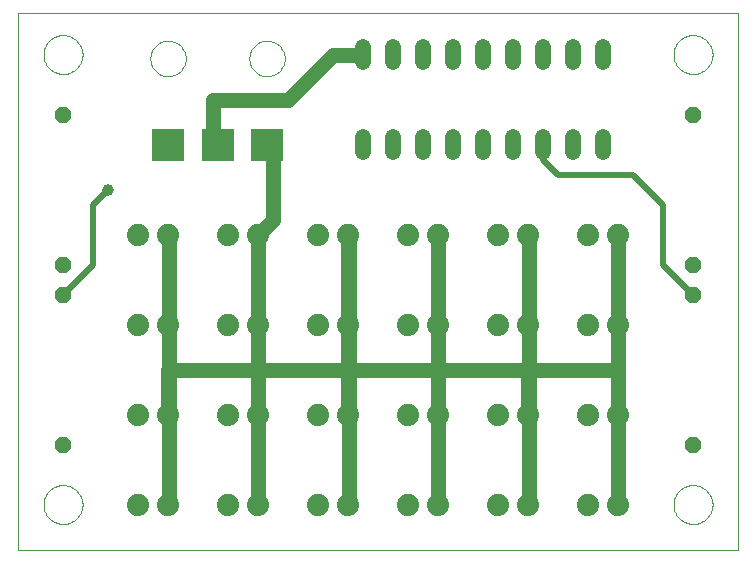
<source format=gtl>
G75*
G70*
%OFA0B0*%
%FSLAX24Y24*%
%IPPOS*%
%LPD*%
%AMOC8*
5,1,8,0,0,1.08239X$1,22.5*
%
%ADD10C,0.0000*%
%ADD11OC8,0.0520*%
%ADD12C,0.0740*%
%ADD13C,0.0520*%
%ADD14R,0.1050X0.1050*%
%ADD15C,0.0200*%
%ADD16C,0.0396*%
%ADD17C,0.0500*%
D10*
X000101Y000101D02*
X000101Y017971D01*
X024093Y017971D01*
X024093Y000101D01*
X000101Y000101D01*
X000951Y001601D02*
X000953Y001651D01*
X000959Y001701D01*
X000969Y001751D01*
X000982Y001799D01*
X000999Y001847D01*
X001020Y001893D01*
X001044Y001937D01*
X001072Y001979D01*
X001103Y002019D01*
X001137Y002056D01*
X001174Y002091D01*
X001213Y002122D01*
X001254Y002151D01*
X001298Y002176D01*
X001344Y002198D01*
X001391Y002216D01*
X001439Y002230D01*
X001488Y002241D01*
X001538Y002248D01*
X001588Y002251D01*
X001639Y002250D01*
X001689Y002245D01*
X001739Y002236D01*
X001787Y002224D01*
X001835Y002207D01*
X001881Y002187D01*
X001926Y002164D01*
X001969Y002137D01*
X002009Y002107D01*
X002047Y002074D01*
X002082Y002038D01*
X002115Y001999D01*
X002144Y001958D01*
X002170Y001915D01*
X002193Y001870D01*
X002212Y001823D01*
X002227Y001775D01*
X002239Y001726D01*
X002247Y001676D01*
X002251Y001626D01*
X002251Y001576D01*
X002247Y001526D01*
X002239Y001476D01*
X002227Y001427D01*
X002212Y001379D01*
X002193Y001332D01*
X002170Y001287D01*
X002144Y001244D01*
X002115Y001203D01*
X002082Y001164D01*
X002047Y001128D01*
X002009Y001095D01*
X001969Y001065D01*
X001926Y001038D01*
X001881Y001015D01*
X001835Y000995D01*
X001787Y000978D01*
X001739Y000966D01*
X001689Y000957D01*
X001639Y000952D01*
X001588Y000951D01*
X001538Y000954D01*
X001488Y000961D01*
X001439Y000972D01*
X001391Y000986D01*
X001344Y001004D01*
X001298Y001026D01*
X001254Y001051D01*
X001213Y001080D01*
X001174Y001111D01*
X001137Y001146D01*
X001103Y001183D01*
X001072Y001223D01*
X001044Y001265D01*
X001020Y001309D01*
X000999Y001355D01*
X000982Y001403D01*
X000969Y001451D01*
X000959Y001501D01*
X000953Y001551D01*
X000951Y001601D01*
X000951Y016601D02*
X000953Y016651D01*
X000959Y016701D01*
X000969Y016751D01*
X000982Y016799D01*
X000999Y016847D01*
X001020Y016893D01*
X001044Y016937D01*
X001072Y016979D01*
X001103Y017019D01*
X001137Y017056D01*
X001174Y017091D01*
X001213Y017122D01*
X001254Y017151D01*
X001298Y017176D01*
X001344Y017198D01*
X001391Y017216D01*
X001439Y017230D01*
X001488Y017241D01*
X001538Y017248D01*
X001588Y017251D01*
X001639Y017250D01*
X001689Y017245D01*
X001739Y017236D01*
X001787Y017224D01*
X001835Y017207D01*
X001881Y017187D01*
X001926Y017164D01*
X001969Y017137D01*
X002009Y017107D01*
X002047Y017074D01*
X002082Y017038D01*
X002115Y016999D01*
X002144Y016958D01*
X002170Y016915D01*
X002193Y016870D01*
X002212Y016823D01*
X002227Y016775D01*
X002239Y016726D01*
X002247Y016676D01*
X002251Y016626D01*
X002251Y016576D01*
X002247Y016526D01*
X002239Y016476D01*
X002227Y016427D01*
X002212Y016379D01*
X002193Y016332D01*
X002170Y016287D01*
X002144Y016244D01*
X002115Y016203D01*
X002082Y016164D01*
X002047Y016128D01*
X002009Y016095D01*
X001969Y016065D01*
X001926Y016038D01*
X001881Y016015D01*
X001835Y015995D01*
X001787Y015978D01*
X001739Y015966D01*
X001689Y015957D01*
X001639Y015952D01*
X001588Y015951D01*
X001538Y015954D01*
X001488Y015961D01*
X001439Y015972D01*
X001391Y015986D01*
X001344Y016004D01*
X001298Y016026D01*
X001254Y016051D01*
X001213Y016080D01*
X001174Y016111D01*
X001137Y016146D01*
X001103Y016183D01*
X001072Y016223D01*
X001044Y016265D01*
X001020Y016309D01*
X000999Y016355D01*
X000982Y016403D01*
X000969Y016451D01*
X000959Y016501D01*
X000953Y016551D01*
X000951Y016601D01*
X004511Y016471D02*
X004513Y016519D01*
X004519Y016567D01*
X004529Y016614D01*
X004542Y016660D01*
X004559Y016705D01*
X004580Y016748D01*
X004605Y016790D01*
X004632Y016829D01*
X004663Y016866D01*
X004697Y016901D01*
X004733Y016932D01*
X004772Y016961D01*
X004813Y016986D01*
X004856Y017008D01*
X004900Y017026D01*
X004946Y017040D01*
X004993Y017051D01*
X005041Y017058D01*
X005089Y017061D01*
X005137Y017060D01*
X005185Y017055D01*
X005232Y017046D01*
X005279Y017034D01*
X005324Y017017D01*
X005368Y016997D01*
X005410Y016974D01*
X005450Y016947D01*
X005487Y016917D01*
X005522Y016884D01*
X005555Y016848D01*
X005584Y016810D01*
X005610Y016769D01*
X005633Y016727D01*
X005652Y016683D01*
X005667Y016637D01*
X005679Y016591D01*
X005687Y016543D01*
X005691Y016495D01*
X005691Y016447D01*
X005687Y016399D01*
X005679Y016351D01*
X005667Y016305D01*
X005652Y016259D01*
X005633Y016215D01*
X005610Y016173D01*
X005584Y016132D01*
X005555Y016094D01*
X005522Y016058D01*
X005487Y016025D01*
X005450Y015995D01*
X005410Y015968D01*
X005368Y015945D01*
X005324Y015925D01*
X005279Y015908D01*
X005232Y015896D01*
X005185Y015887D01*
X005137Y015882D01*
X005089Y015881D01*
X005041Y015884D01*
X004993Y015891D01*
X004946Y015902D01*
X004900Y015916D01*
X004856Y015934D01*
X004813Y015956D01*
X004772Y015981D01*
X004733Y016010D01*
X004697Y016041D01*
X004663Y016076D01*
X004632Y016113D01*
X004605Y016152D01*
X004580Y016194D01*
X004559Y016237D01*
X004542Y016282D01*
X004529Y016328D01*
X004519Y016375D01*
X004513Y016423D01*
X004511Y016471D01*
X007811Y016471D02*
X007813Y016519D01*
X007819Y016567D01*
X007829Y016614D01*
X007842Y016660D01*
X007859Y016705D01*
X007880Y016748D01*
X007905Y016790D01*
X007932Y016829D01*
X007963Y016866D01*
X007997Y016901D01*
X008033Y016932D01*
X008072Y016961D01*
X008113Y016986D01*
X008156Y017008D01*
X008200Y017026D01*
X008246Y017040D01*
X008293Y017051D01*
X008341Y017058D01*
X008389Y017061D01*
X008437Y017060D01*
X008485Y017055D01*
X008532Y017046D01*
X008579Y017034D01*
X008624Y017017D01*
X008668Y016997D01*
X008710Y016974D01*
X008750Y016947D01*
X008787Y016917D01*
X008822Y016884D01*
X008855Y016848D01*
X008884Y016810D01*
X008910Y016769D01*
X008933Y016727D01*
X008952Y016683D01*
X008967Y016637D01*
X008979Y016591D01*
X008987Y016543D01*
X008991Y016495D01*
X008991Y016447D01*
X008987Y016399D01*
X008979Y016351D01*
X008967Y016305D01*
X008952Y016259D01*
X008933Y016215D01*
X008910Y016173D01*
X008884Y016132D01*
X008855Y016094D01*
X008822Y016058D01*
X008787Y016025D01*
X008750Y015995D01*
X008710Y015968D01*
X008668Y015945D01*
X008624Y015925D01*
X008579Y015908D01*
X008532Y015896D01*
X008485Y015887D01*
X008437Y015882D01*
X008389Y015881D01*
X008341Y015884D01*
X008293Y015891D01*
X008246Y015902D01*
X008200Y015916D01*
X008156Y015934D01*
X008113Y015956D01*
X008072Y015981D01*
X008033Y016010D01*
X007997Y016041D01*
X007963Y016076D01*
X007932Y016113D01*
X007905Y016152D01*
X007880Y016194D01*
X007859Y016237D01*
X007842Y016282D01*
X007829Y016328D01*
X007819Y016375D01*
X007813Y016423D01*
X007811Y016471D01*
X021951Y016601D02*
X021953Y016651D01*
X021959Y016701D01*
X021969Y016751D01*
X021982Y016799D01*
X021999Y016847D01*
X022020Y016893D01*
X022044Y016937D01*
X022072Y016979D01*
X022103Y017019D01*
X022137Y017056D01*
X022174Y017091D01*
X022213Y017122D01*
X022254Y017151D01*
X022298Y017176D01*
X022344Y017198D01*
X022391Y017216D01*
X022439Y017230D01*
X022488Y017241D01*
X022538Y017248D01*
X022588Y017251D01*
X022639Y017250D01*
X022689Y017245D01*
X022739Y017236D01*
X022787Y017224D01*
X022835Y017207D01*
X022881Y017187D01*
X022926Y017164D01*
X022969Y017137D01*
X023009Y017107D01*
X023047Y017074D01*
X023082Y017038D01*
X023115Y016999D01*
X023144Y016958D01*
X023170Y016915D01*
X023193Y016870D01*
X023212Y016823D01*
X023227Y016775D01*
X023239Y016726D01*
X023247Y016676D01*
X023251Y016626D01*
X023251Y016576D01*
X023247Y016526D01*
X023239Y016476D01*
X023227Y016427D01*
X023212Y016379D01*
X023193Y016332D01*
X023170Y016287D01*
X023144Y016244D01*
X023115Y016203D01*
X023082Y016164D01*
X023047Y016128D01*
X023009Y016095D01*
X022969Y016065D01*
X022926Y016038D01*
X022881Y016015D01*
X022835Y015995D01*
X022787Y015978D01*
X022739Y015966D01*
X022689Y015957D01*
X022639Y015952D01*
X022588Y015951D01*
X022538Y015954D01*
X022488Y015961D01*
X022439Y015972D01*
X022391Y015986D01*
X022344Y016004D01*
X022298Y016026D01*
X022254Y016051D01*
X022213Y016080D01*
X022174Y016111D01*
X022137Y016146D01*
X022103Y016183D01*
X022072Y016223D01*
X022044Y016265D01*
X022020Y016309D01*
X021999Y016355D01*
X021982Y016403D01*
X021969Y016451D01*
X021959Y016501D01*
X021953Y016551D01*
X021951Y016601D01*
X021951Y001601D02*
X021953Y001651D01*
X021959Y001701D01*
X021969Y001751D01*
X021982Y001799D01*
X021999Y001847D01*
X022020Y001893D01*
X022044Y001937D01*
X022072Y001979D01*
X022103Y002019D01*
X022137Y002056D01*
X022174Y002091D01*
X022213Y002122D01*
X022254Y002151D01*
X022298Y002176D01*
X022344Y002198D01*
X022391Y002216D01*
X022439Y002230D01*
X022488Y002241D01*
X022538Y002248D01*
X022588Y002251D01*
X022639Y002250D01*
X022689Y002245D01*
X022739Y002236D01*
X022787Y002224D01*
X022835Y002207D01*
X022881Y002187D01*
X022926Y002164D01*
X022969Y002137D01*
X023009Y002107D01*
X023047Y002074D01*
X023082Y002038D01*
X023115Y001999D01*
X023144Y001958D01*
X023170Y001915D01*
X023193Y001870D01*
X023212Y001823D01*
X023227Y001775D01*
X023239Y001726D01*
X023247Y001676D01*
X023251Y001626D01*
X023251Y001576D01*
X023247Y001526D01*
X023239Y001476D01*
X023227Y001427D01*
X023212Y001379D01*
X023193Y001332D01*
X023170Y001287D01*
X023144Y001244D01*
X023115Y001203D01*
X023082Y001164D01*
X023047Y001128D01*
X023009Y001095D01*
X022969Y001065D01*
X022926Y001038D01*
X022881Y001015D01*
X022835Y000995D01*
X022787Y000978D01*
X022739Y000966D01*
X022689Y000957D01*
X022639Y000952D01*
X022588Y000951D01*
X022538Y000954D01*
X022488Y000961D01*
X022439Y000972D01*
X022391Y000986D01*
X022344Y001004D01*
X022298Y001026D01*
X022254Y001051D01*
X022213Y001080D01*
X022174Y001111D01*
X022137Y001146D01*
X022103Y001183D01*
X022072Y001223D01*
X022044Y001265D01*
X022020Y001309D01*
X021999Y001355D01*
X021982Y001403D01*
X021969Y001451D01*
X021959Y001501D01*
X021953Y001551D01*
X021951Y001601D01*
D11*
X022601Y003601D03*
X022601Y008601D03*
X022601Y009601D03*
X022601Y014601D03*
X001601Y014601D03*
X001601Y009601D03*
X001601Y008601D03*
X001601Y003601D03*
D12*
X004101Y004601D03*
X005101Y004601D03*
X007101Y004601D03*
X008101Y004601D03*
X010101Y004601D03*
X011101Y004601D03*
X013101Y004601D03*
X014101Y004601D03*
X016101Y004601D03*
X017101Y004601D03*
X019101Y004601D03*
X020101Y004601D03*
X020101Y007601D03*
X019101Y007601D03*
X017101Y007601D03*
X016101Y007601D03*
X014101Y007601D03*
X013101Y007601D03*
X011101Y007601D03*
X010101Y007601D03*
X008101Y007601D03*
X007101Y007601D03*
X005101Y007601D03*
X004101Y007601D03*
X004101Y010601D03*
X005101Y010601D03*
X007101Y010601D03*
X008101Y010601D03*
X010101Y010601D03*
X011101Y010601D03*
X013101Y010601D03*
X014101Y010601D03*
X016101Y010601D03*
X017101Y010601D03*
X019101Y010601D03*
X020101Y010601D03*
X020101Y001601D03*
X019101Y001601D03*
X017101Y001601D03*
X016101Y001601D03*
X014101Y001601D03*
X013101Y001601D03*
X011101Y001601D03*
X010101Y001601D03*
X008101Y001601D03*
X007101Y001601D03*
X005101Y001601D03*
X004101Y001601D03*
D13*
X011601Y013341D02*
X011601Y013861D01*
X012601Y013861D02*
X012601Y013341D01*
X013601Y013341D02*
X013601Y013861D01*
X014601Y013861D02*
X014601Y013341D01*
X015601Y013341D02*
X015601Y013861D01*
X016601Y013861D02*
X016601Y013341D01*
X017601Y013341D02*
X017601Y013861D01*
X018601Y013861D02*
X018601Y013341D01*
X019601Y013341D02*
X019601Y013861D01*
X019601Y016341D02*
X019601Y016861D01*
X018601Y016861D02*
X018601Y016341D01*
X017601Y016341D02*
X017601Y016861D01*
X016601Y016861D02*
X016601Y016341D01*
X015601Y016341D02*
X015601Y016861D01*
X014601Y016861D02*
X014601Y016341D01*
X013601Y016341D02*
X013601Y016861D01*
X012601Y016861D02*
X012601Y016341D01*
X011601Y016341D02*
X011601Y016861D01*
D14*
X008401Y013601D03*
X006751Y013601D03*
X005101Y013601D03*
D15*
X003101Y012101D02*
X002601Y011601D01*
X002601Y009601D01*
X001601Y008601D01*
X017601Y013101D02*
X017601Y013601D01*
X017601Y013101D02*
X018101Y012601D01*
X020601Y012601D01*
X021601Y011601D01*
X021601Y009601D01*
X022601Y008601D01*
D16*
X003101Y012101D03*
D17*
X005101Y010601D02*
X005141Y010261D01*
X005141Y007941D01*
X005101Y007601D01*
X005141Y007301D01*
X005141Y004901D01*
X005101Y004601D01*
X005141Y004261D01*
X005141Y003141D01*
X005101Y006101D01*
X008101Y006101D01*
X011101Y006101D01*
X014101Y006101D01*
X017101Y006101D01*
X020101Y006101D01*
X020101Y007601D01*
X020101Y010601D01*
X017141Y010261D02*
X017101Y010601D01*
X017141Y010261D02*
X017141Y007941D01*
X017101Y007601D01*
X017141Y007301D01*
X017141Y006101D01*
X017101Y006101D01*
X017141Y003141D01*
X017141Y001941D01*
X017101Y001601D01*
X017141Y003141D02*
X017141Y004261D01*
X017101Y004601D01*
X017141Y004901D01*
X017141Y006101D01*
X014101Y006101D02*
X014101Y004601D01*
X014101Y001601D01*
X014101Y006101D01*
X014101Y007601D01*
X014101Y010601D01*
X011141Y010261D02*
X011101Y010601D01*
X011101Y006101D01*
X011141Y003141D01*
X011141Y001941D01*
X011101Y001601D01*
X011141Y003141D02*
X011141Y004261D01*
X011101Y004601D01*
X011141Y004901D01*
X011141Y007301D01*
X011101Y007601D01*
X011141Y007941D01*
X011141Y010261D01*
X008601Y011101D02*
X008101Y010601D01*
X008101Y007601D01*
X008101Y006101D01*
X008101Y004601D01*
X008101Y001601D01*
X005141Y001941D02*
X005101Y001601D01*
X005141Y001941D02*
X005141Y003141D01*
X008601Y011101D02*
X008601Y013601D01*
X008401Y013601D01*
X006751Y013601D02*
X006601Y013751D01*
X006601Y015101D01*
X009101Y015101D01*
X010601Y016601D01*
X011601Y016601D01*
X020101Y006101D02*
X020101Y004601D01*
X020101Y001601D01*
M02*

</source>
